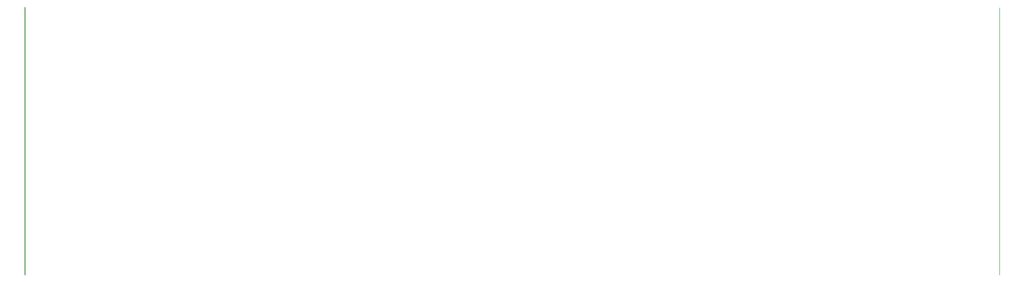
<source format=gbr>
G04 #@! TF.FileFunction,Other,ECO2*
%FSLAX46Y46*%
G04 Gerber Fmt 4.6, Leading zero omitted, Abs format (unit mm)*
G04 Created by KiCad (PCBNEW 4.0.5) date 2016 December 23, Friday 11:17:07*
%MOMM*%
%LPD*%
G01*
G04 APERTURE LIST*
%ADD10C,0.150000*%
%ADD11C,0.200000*%
%ADD12C,0.100000*%
G04 APERTURE END LIST*
D10*
D11*
X119260000Y-135210000D02*
X119260000Y-85260000D01*
D12*
X300800000Y-135230000D02*
X300800000Y-85300000D01*
M02*

</source>
